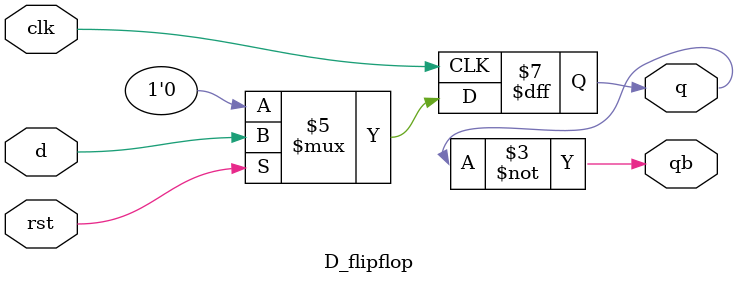
<source format=v>
`timescale 1ns / 1ps
module D_flipflop(q,qb,clk,rst,d);
input d,clk,rst;
output reg q;
output qb;
always@(posedge clk)
begin
if(!rst)
q=1'b0; 
else 
q=d;
end
assign qb=~q;
endmodule

</source>
